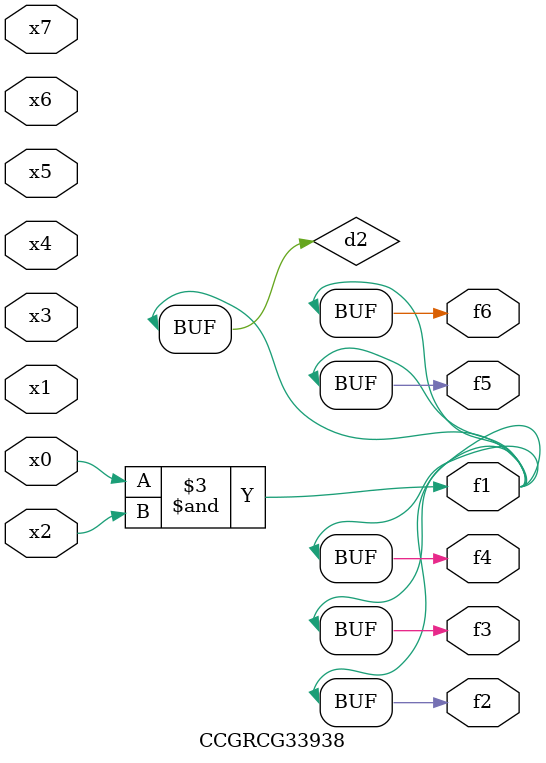
<source format=v>
module CCGRCG33938(
	input x0, x1, x2, x3, x4, x5, x6, x7,
	output f1, f2, f3, f4, f5, f6
);

	wire d1, d2;

	nor (d1, x3, x6);
	and (d2, x0, x2);
	assign f1 = d2;
	assign f2 = d2;
	assign f3 = d2;
	assign f4 = d2;
	assign f5 = d2;
	assign f6 = d2;
endmodule

</source>
